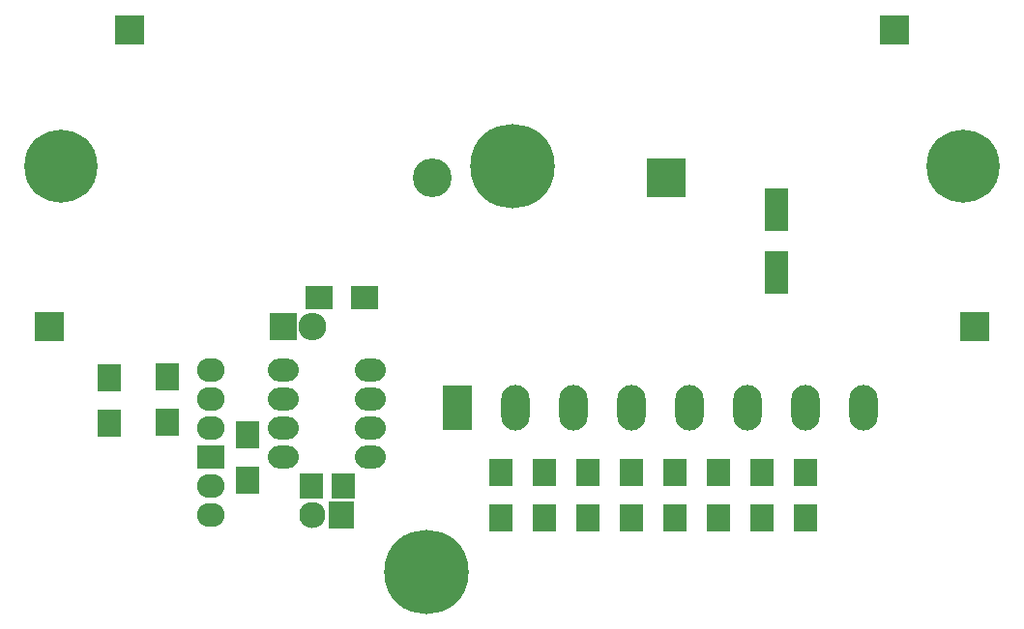
<source format=gbs>
G04 #@! TF.FileFunction,Soldermask,Bot*
%FSLAX46Y46*%
G04 Gerber Fmt 4.6, Leading zero omitted, Abs format (unit mm)*
G04 Created by KiCad (PCBNEW 4.0.5+dfsg1-4) date Tue May 16 10:22:51 2017*
%MOMM*%
%LPD*%
G01*
G04 APERTURE LIST*
%ADD10C,0.100000*%
%ADD11R,2.400000X2.100000*%
%ADD12O,2.400000X2.100000*%
%ADD13R,2.500000X4.000000*%
%ADD14O,2.500000X4.000000*%
%ADD15R,2.100000X2.400000*%
%ADD16R,2.000000X2.400000*%
%ADD17C,3.400000*%
%ADD18R,3.400000X3.400000*%
%ADD19R,2.635200X2.635200*%
%ADD20R,2.300000X2.400000*%
%ADD21C,2.300000*%
%ADD22R,1.997660X2.200860*%
%ADD23R,2.432000X2.432000*%
%ADD24O,2.432000X2.432000*%
%ADD25C,7.400000*%
%ADD26C,6.400000*%
%ADD27O,2.700000X2.000000*%
%ADD28R,2.099260X3.699460*%
G04 APERTURE END LIST*
D10*
D11*
X57150000Y-157480000D03*
D12*
X57150000Y-154940000D03*
X57150000Y-152400000D03*
X57150000Y-149860000D03*
X57150000Y-160020000D03*
X57150000Y-162560000D03*
D13*
X78740000Y-153150000D03*
D14*
X83820000Y-153150000D03*
X88900000Y-153150000D03*
X93980000Y-153150000D03*
X99060000Y-153150000D03*
X104140000Y-153150000D03*
X109220000Y-153150000D03*
X114300000Y-153150000D03*
D15*
X82550000Y-162770000D03*
X82550000Y-158770000D03*
X90170000Y-162770000D03*
X90170000Y-158770000D03*
D16*
X86360000Y-162770000D03*
X86360000Y-158770000D03*
X93980000Y-162770000D03*
X93980000Y-158770000D03*
X101600000Y-162770000D03*
X101600000Y-158770000D03*
X109220000Y-162770000D03*
X109220000Y-158770000D03*
X53340000Y-150400000D03*
X53340000Y-154400000D03*
D15*
X97790000Y-162770000D03*
X97790000Y-158770000D03*
X105410000Y-162770000D03*
X105410000Y-158770000D03*
X60325000Y-159480000D03*
X60325000Y-155480000D03*
D11*
X70580000Y-143510000D03*
X66580000Y-143510000D03*
D17*
X76500000Y-133000000D03*
D18*
X96990000Y-133000000D03*
D19*
X117000000Y-120000000D03*
X50000000Y-120000000D03*
D20*
X68580000Y-162560000D03*
D21*
X66040000Y-162560000D03*
D22*
X65890140Y-160020000D03*
X68729860Y-160020000D03*
D23*
X63500000Y-146050000D03*
D24*
X66040000Y-146050000D03*
D19*
X124000000Y-146000000D03*
X43000000Y-146000000D03*
D25*
X83500000Y-132000000D03*
D26*
X123000000Y-132000000D03*
X44000000Y-132000000D03*
D25*
X76000000Y-167500000D03*
D27*
X63500000Y-149860000D03*
X63500000Y-152400000D03*
X63500000Y-154940000D03*
X63500000Y-157480000D03*
X71120000Y-157480000D03*
X71120000Y-154940000D03*
X71120000Y-152400000D03*
X71120000Y-149860000D03*
D28*
X106680000Y-141250820D03*
X106680000Y-135749180D03*
D16*
X48260000Y-150495000D03*
X48260000Y-154495000D03*
M02*

</source>
